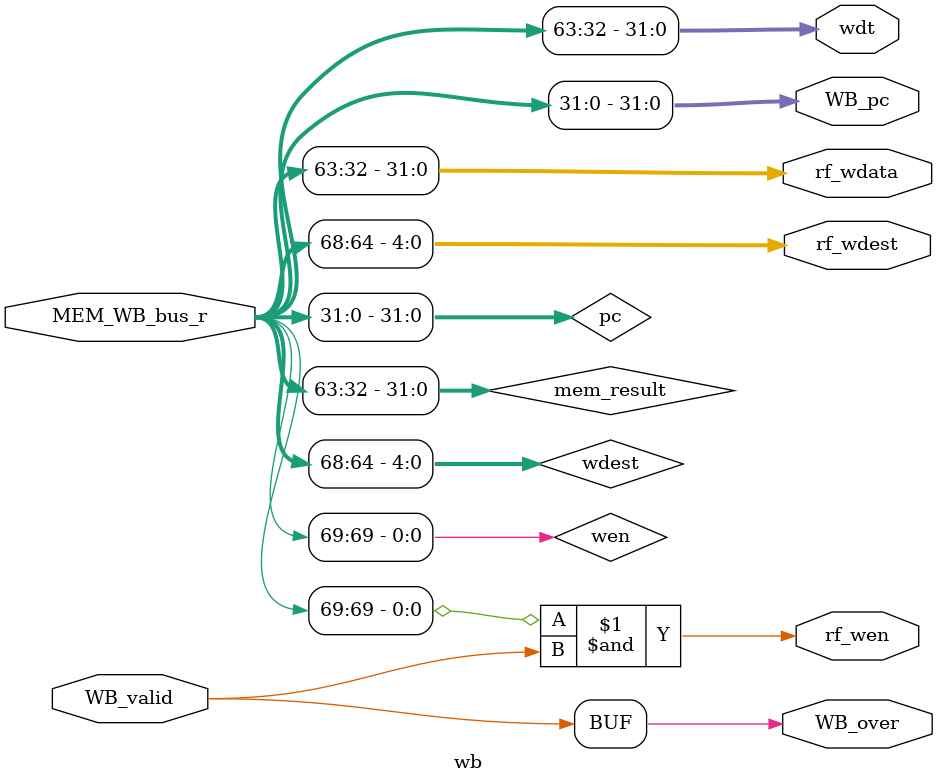
<source format=v>
`timescale 1ns / 1ps


module wb(
    input WB_valid,
    input [69:0] MEM_WB_bus_r,
    output rf_wen,
    output [4:0] rf_wdest,
    output [31:0] rf_wdata,
    output WB_over,
    output [31:0] WB_pc,
    
    output [31:0] wdt

);

    wire wen;
    wire [4:0] wdest;
    wire [31:0] mem_result;
    wire [31:0] pc;
    assign {wen,wdest,mem_result,pc} = MEM_WB_bus_r;

    assign WB_over = WB_valid;
    assign rf_wen = wen & WB_valid;
    assign rf_wdest = wdest;
    assign rf_wdata = mem_result;
    
    assign wdt = mem_result;

    assign WB_pc = pc;

endmodule
</source>
